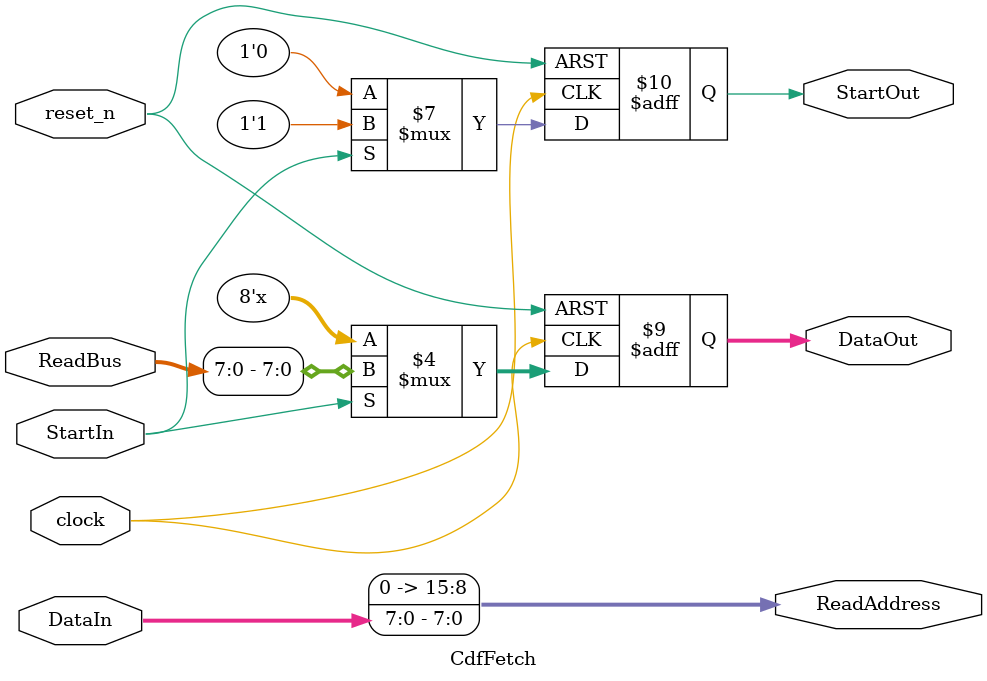
<source format=v>
module CdfFetch(
  input wire          clock,
  input wire          reset_n,
  input wire [127:0]  ReadBus,
  output wire [15:0]  ReadAddress,
  input wire [7:0]    DataIn,
  output reg [7:0]    DataOut,
  input wire          StartIn,
  output reg          StartOut
  );

  reg [7:0]           data;

  assign ReadAddress = {8'b0,DataIn};

  always@(posedge clock or negedge reset_n)
    begin
      if(!reset_n)
        begin
          StartOut <= 1'b0;
          DataOut <= 8'bx;
        end
      else
        begin
          if(StartIn)
            begin
              StartOut <= 1'b1;
              DataOut <= ReadBus[7:0];
            end
          else
            begin
              StartOut <= 1'b0;
              DataOut <= 8'bx;
            end
        end
    end



endmodule


</source>
